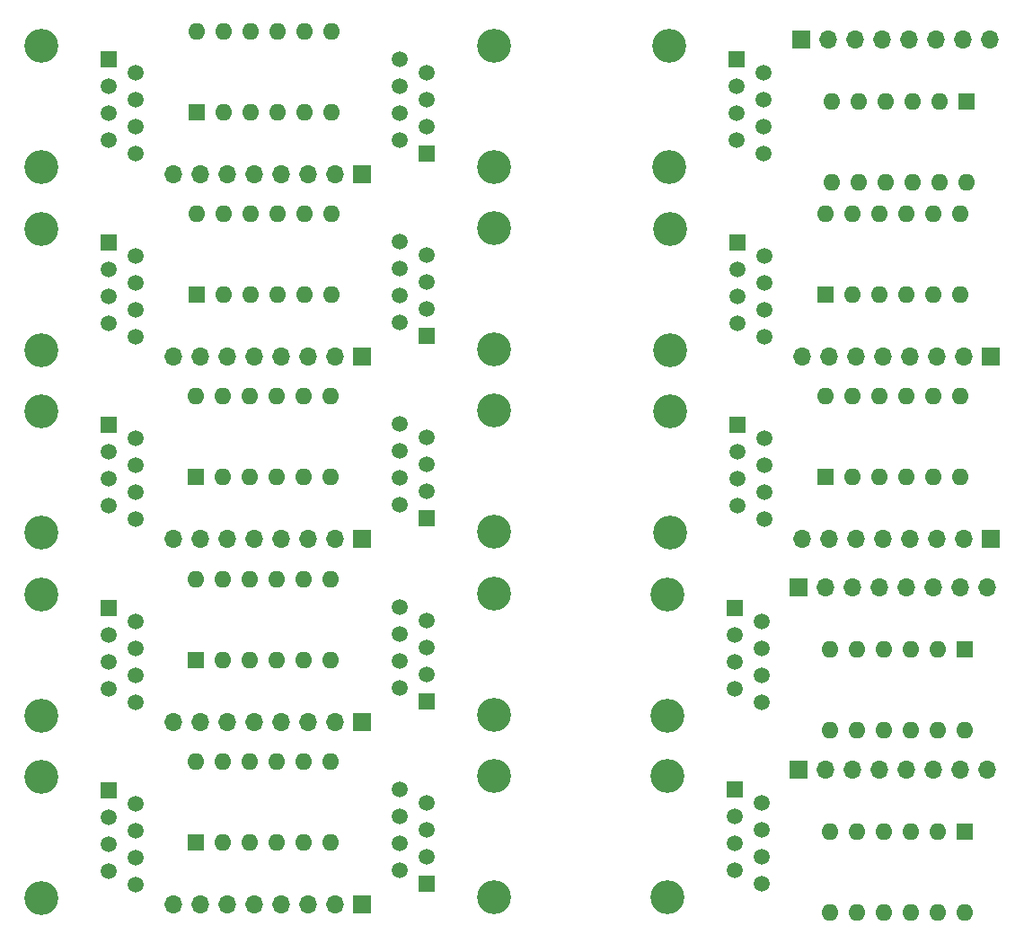
<source format=gbr>
%TF.GenerationSoftware,KiCad,Pcbnew,(6.0.1)*%
%TF.CreationDate,2022-05-22T10:14:18-05:00*%
%TF.ProjectId,modulo,6d6f6475-6c6f-42e6-9b69-6361645f7063,rev?*%
%TF.SameCoordinates,Original*%
%TF.FileFunction,Soldermask,Bot*%
%TF.FilePolarity,Negative*%
%FSLAX46Y46*%
G04 Gerber Fmt 4.6, Leading zero omitted, Abs format (unit mm)*
G04 Created by KiCad (PCBNEW (6.0.1)) date 2022-05-22 10:14:18*
%MOMM*%
%LPD*%
G01*
G04 APERTURE LIST*
%ADD10C,3.200000*%
%ADD11R,1.500000X1.500000*%
%ADD12C,1.500000*%
%ADD13R,1.600000X1.600000*%
%ADD14O,1.600000X1.600000*%
%ADD15R,1.700000X1.700000*%
%ADD16O,1.700000X1.700000*%
G04 APERTURE END LIST*
D10*
%TO.C,Entrada*%
X129255200Y-62290900D03*
X129255200Y-73720900D03*
D11*
X135605200Y-63560900D03*
D12*
X138145200Y-64830900D03*
X135605200Y-66100900D03*
X138145200Y-67370900D03*
X135605200Y-68640900D03*
X138145200Y-69910900D03*
X135605200Y-71180900D03*
X138145200Y-72450900D03*
%TD*%
D13*
%TO.C,SW2*%
X84556600Y-102920800D03*
D14*
X87096600Y-102920800D03*
X89636600Y-102920800D03*
X92176600Y-102920800D03*
X94716600Y-102920800D03*
X97256600Y-102920800D03*
X97256600Y-95300800D03*
X94716600Y-95300800D03*
X92176600Y-95300800D03*
X89636600Y-95300800D03*
X87096600Y-95300800D03*
X84556600Y-95300800D03*
%TD*%
D13*
%TO.C,SW2*%
X143840200Y-85699600D03*
D14*
X146380200Y-85699600D03*
X148920200Y-85699600D03*
X151460200Y-85699600D03*
X154000200Y-85699600D03*
X156540200Y-85699600D03*
X156540200Y-78079600D03*
X154000200Y-78079600D03*
X151460200Y-78079600D03*
X148920200Y-78079600D03*
X146380200Y-78079600D03*
X143840200Y-78079600D03*
%TD*%
D15*
%TO.C,J1*%
X159461200Y-74320400D03*
D16*
X156921200Y-74320400D03*
X154381200Y-74320400D03*
X151841200Y-74320400D03*
X149301200Y-74320400D03*
X146761200Y-74320400D03*
X144221200Y-74320400D03*
X141681200Y-74320400D03*
%TD*%
D15*
%TO.C,J1*%
X100202957Y-74320400D03*
D16*
X97662957Y-74320400D03*
X95122957Y-74320400D03*
X92582957Y-74320400D03*
X90042957Y-74320400D03*
X87502957Y-74320400D03*
X84962957Y-74320400D03*
X82422957Y-74320400D03*
%TD*%
D13*
%TO.C,SW2*%
X156997400Y-119075200D03*
D14*
X154457400Y-119075200D03*
X151917400Y-119075200D03*
X149377400Y-119075200D03*
X146837400Y-119075200D03*
X144297400Y-119075200D03*
X144297400Y-126695200D03*
X146837400Y-126695200D03*
X149377400Y-126695200D03*
X151917400Y-126695200D03*
X154457400Y-126695200D03*
X156997400Y-126695200D03*
%TD*%
D10*
%TO.C,Entrada*%
X69971600Y-90943283D03*
X69971600Y-79513283D03*
D11*
X76321600Y-80783283D03*
D12*
X78861600Y-82053283D03*
X76321600Y-83323283D03*
X78861600Y-84593283D03*
X76321600Y-85863283D03*
X78861600Y-87133283D03*
X76321600Y-88403283D03*
X78861600Y-89673283D03*
%TD*%
D13*
%TO.C,SW2*%
X84581957Y-68478400D03*
D14*
X87121957Y-68478400D03*
X89661957Y-68478400D03*
X92201957Y-68478400D03*
X94741957Y-68478400D03*
X97281957Y-68478400D03*
X97281957Y-60858400D03*
X94741957Y-60858400D03*
X92201957Y-60858400D03*
X89661957Y-60858400D03*
X87121957Y-60858400D03*
X84581957Y-60858400D03*
%TD*%
D13*
%TO.C,SW2*%
X84556600Y-120142000D03*
D14*
X87096600Y-120142000D03*
X89636600Y-120142000D03*
X92176600Y-120142000D03*
X94716600Y-120142000D03*
X97256600Y-120142000D03*
X97256600Y-112522000D03*
X94716600Y-112522000D03*
X92176600Y-112522000D03*
X89636600Y-112522000D03*
X87096600Y-112522000D03*
X84556600Y-112522000D03*
%TD*%
D10*
%TO.C,Salida*%
X112603600Y-79442283D03*
X112603600Y-90872283D03*
D11*
X106253600Y-89602283D03*
D12*
X103713600Y-88332283D03*
X106253600Y-87062283D03*
X103713600Y-85792283D03*
X106253600Y-84522283D03*
X103713600Y-83252283D03*
X106253600Y-81982283D03*
X103713600Y-80712283D03*
%TD*%
D13*
%TO.C,SW2*%
X156999522Y-101913988D03*
D14*
X154459522Y-101913988D03*
X151919522Y-101913988D03*
X149379522Y-101913988D03*
X146839522Y-101913988D03*
X144299522Y-101913988D03*
X144299522Y-109533988D03*
X146839522Y-109533988D03*
X149379522Y-109533988D03*
X151919522Y-109533988D03*
X154459522Y-109533988D03*
X156999522Y-109533988D03*
%TD*%
D10*
%TO.C,Entrada*%
X69971600Y-113954500D03*
X69971600Y-125384500D03*
D11*
X76321600Y-115224500D03*
D12*
X78861600Y-116494500D03*
X76321600Y-117764500D03*
X78861600Y-119034500D03*
X76321600Y-120304500D03*
X78861600Y-121574500D03*
X76321600Y-122844500D03*
X78861600Y-124114500D03*
%TD*%
D15*
%TO.C,J1*%
X100177600Y-91542783D03*
D16*
X97637600Y-91542783D03*
X95097600Y-91542783D03*
X92557600Y-91542783D03*
X90017600Y-91542783D03*
X87477600Y-91542783D03*
X84937600Y-91542783D03*
X82397600Y-91542783D03*
%TD*%
D15*
%TO.C,J1*%
X141376400Y-113233200D03*
D16*
X143916400Y-113233200D03*
X146456400Y-113233200D03*
X148996400Y-113233200D03*
X151536400Y-113233200D03*
X154076400Y-113233200D03*
X156616400Y-113233200D03*
X159156400Y-113233200D03*
%TD*%
D10*
%TO.C,Entrada*%
X69996957Y-62290900D03*
X69996957Y-73720900D03*
D11*
X76346957Y-63560900D03*
D12*
X78886957Y-64830900D03*
X76346957Y-66100900D03*
X78886957Y-67370900D03*
X76346957Y-68640900D03*
X78886957Y-69910900D03*
X76346957Y-71180900D03*
X78886957Y-72450900D03*
%TD*%
D15*
%TO.C,J1*%
X141582584Y-44400292D03*
D16*
X144122584Y-44400292D03*
X146662584Y-44400292D03*
X149202584Y-44400292D03*
X151742584Y-44400292D03*
X154282584Y-44400292D03*
X156822584Y-44400292D03*
X159362584Y-44400292D03*
%TD*%
D10*
%TO.C,Entrada*%
X69971600Y-96733300D03*
X69971600Y-108163300D03*
D11*
X76321600Y-98003300D03*
D12*
X78861600Y-99273300D03*
X76321600Y-100543300D03*
X78861600Y-101813300D03*
X76321600Y-103083300D03*
X78861600Y-104353300D03*
X76321600Y-105623300D03*
X78861600Y-106893300D03*
%TD*%
D15*
%TO.C,J1*%
X100177600Y-108762800D03*
D16*
X97637600Y-108762800D03*
X95097600Y-108762800D03*
X92557600Y-108762800D03*
X90017600Y-108762800D03*
X87477600Y-108762800D03*
X84937600Y-108762800D03*
X82397600Y-108762800D03*
%TD*%
D15*
%TO.C,J1*%
X100177600Y-125984000D03*
D16*
X97637600Y-125984000D03*
X95097600Y-125984000D03*
X92557600Y-125984000D03*
X90017600Y-125984000D03*
X87477600Y-125984000D03*
X84937600Y-125984000D03*
X82397600Y-125984000D03*
%TD*%
D10*
%TO.C,Salida*%
X128952522Y-96742488D03*
X128952522Y-108172488D03*
D11*
X135302522Y-98012488D03*
D12*
X137842522Y-99282488D03*
X135302522Y-100552488D03*
X137842522Y-101822488D03*
X135302522Y-103092488D03*
X137842522Y-104362488D03*
X135302522Y-105632488D03*
X137842522Y-106902488D03*
%TD*%
D10*
%TO.C,Salida*%
X112629000Y-56428700D03*
X112629000Y-44998700D03*
D11*
X106279000Y-55158700D03*
D12*
X103739000Y-53888700D03*
X106279000Y-52618700D03*
X103739000Y-51348700D03*
X106279000Y-50078700D03*
X103739000Y-48808700D03*
X106279000Y-47538700D03*
X103739000Y-46268700D03*
%TD*%
D10*
%TO.C,Salida*%
X112603600Y-96662300D03*
X112603600Y-108092300D03*
D11*
X106253600Y-106822300D03*
D12*
X103713600Y-105552300D03*
X106253600Y-104282300D03*
X103713600Y-103012300D03*
X106253600Y-101742300D03*
X103713600Y-100472300D03*
X106253600Y-99202300D03*
X103713600Y-97932300D03*
%TD*%
D10*
%TO.C,Salida*%
X112603600Y-113883500D03*
X112603600Y-125313500D03*
D11*
X106253600Y-124043500D03*
D12*
X103713600Y-122773500D03*
X106253600Y-121503500D03*
X103713600Y-120233500D03*
X106253600Y-118963500D03*
X103713600Y-117693500D03*
X106253600Y-116423500D03*
X103713600Y-115153500D03*
%TD*%
D13*
%TO.C,SW2*%
X157203584Y-50242292D03*
D14*
X154663584Y-50242292D03*
X152123584Y-50242292D03*
X149583584Y-50242292D03*
X147043584Y-50242292D03*
X144503584Y-50242292D03*
X144503584Y-57862292D03*
X147043584Y-57862292D03*
X149583584Y-57862292D03*
X152123584Y-57862292D03*
X154663584Y-57862292D03*
X157203584Y-57862292D03*
%TD*%
D10*
%TO.C,Entrada*%
X69997000Y-45069700D03*
X69997000Y-56499700D03*
D11*
X76347000Y-46339700D03*
D12*
X78887000Y-47609700D03*
X76347000Y-48879700D03*
X78887000Y-50149700D03*
X76347000Y-51419700D03*
X78887000Y-52689700D03*
X76347000Y-53959700D03*
X78887000Y-55229700D03*
%TD*%
D13*
%TO.C,SW2*%
X84556600Y-85700783D03*
D14*
X87096600Y-85700783D03*
X89636600Y-85700783D03*
X92176600Y-85700783D03*
X94716600Y-85700783D03*
X97256600Y-85700783D03*
X97256600Y-78080783D03*
X94716600Y-78080783D03*
X92176600Y-78080783D03*
X89636600Y-78080783D03*
X87096600Y-78080783D03*
X84556600Y-78080783D03*
%TD*%
D10*
%TO.C,Entrada*%
X129255200Y-79512100D03*
X129255200Y-90942100D03*
D11*
X135605200Y-80782100D03*
D12*
X138145200Y-82052100D03*
X135605200Y-83322100D03*
X138145200Y-84592100D03*
X135605200Y-85862100D03*
X138145200Y-87132100D03*
X135605200Y-88402100D03*
X138145200Y-89672100D03*
%TD*%
D10*
%TO.C,Salida*%
X129156584Y-45070792D03*
X129156584Y-56500792D03*
D11*
X135506584Y-46340792D03*
D12*
X138046584Y-47610792D03*
X135506584Y-48880792D03*
X138046584Y-50150792D03*
X135506584Y-51420792D03*
X138046584Y-52690792D03*
X135506584Y-53960792D03*
X138046584Y-55230792D03*
%TD*%
D15*
%TO.C,J1*%
X100203000Y-57099200D03*
D16*
X97663000Y-57099200D03*
X95123000Y-57099200D03*
X92583000Y-57099200D03*
X90043000Y-57099200D03*
X87503000Y-57099200D03*
X84963000Y-57099200D03*
X82423000Y-57099200D03*
%TD*%
D10*
%TO.C,Salida*%
X128950400Y-113903700D03*
X128950400Y-125333700D03*
D11*
X135300400Y-115173700D03*
D12*
X137840400Y-116443700D03*
X135300400Y-117713700D03*
X137840400Y-118983700D03*
X135300400Y-120253700D03*
X137840400Y-121523700D03*
X135300400Y-122793700D03*
X137840400Y-124063700D03*
%TD*%
D15*
%TO.C,J1*%
X159461200Y-91541600D03*
D16*
X156921200Y-91541600D03*
X154381200Y-91541600D03*
X151841200Y-91541600D03*
X149301200Y-91541600D03*
X146761200Y-91541600D03*
X144221200Y-91541600D03*
X141681200Y-91541600D03*
%TD*%
D15*
%TO.C,J1*%
X141378522Y-96071988D03*
D16*
X143918522Y-96071988D03*
X146458522Y-96071988D03*
X148998522Y-96071988D03*
X151538522Y-96071988D03*
X154078522Y-96071988D03*
X156618522Y-96071988D03*
X159158522Y-96071988D03*
%TD*%
D13*
%TO.C,SW2*%
X84582000Y-51257200D03*
D14*
X87122000Y-51257200D03*
X89662000Y-51257200D03*
X92202000Y-51257200D03*
X94742000Y-51257200D03*
X97282000Y-51257200D03*
X97282000Y-43637200D03*
X94742000Y-43637200D03*
X92202000Y-43637200D03*
X89662000Y-43637200D03*
X87122000Y-43637200D03*
X84582000Y-43637200D03*
%TD*%
D10*
%TO.C,Salida*%
X112628957Y-62219900D03*
X112628957Y-73649900D03*
D11*
X106278957Y-72379900D03*
D12*
X103738957Y-71109900D03*
X106278957Y-69839900D03*
X103738957Y-68569900D03*
X106278957Y-67299900D03*
X103738957Y-66029900D03*
X106278957Y-64759900D03*
X103738957Y-63489900D03*
%TD*%
D13*
%TO.C,SW2*%
X143840200Y-68478400D03*
D14*
X146380200Y-68478400D03*
X148920200Y-68478400D03*
X151460200Y-68478400D03*
X154000200Y-68478400D03*
X156540200Y-68478400D03*
X156540200Y-60858400D03*
X154000200Y-60858400D03*
X151460200Y-60858400D03*
X148920200Y-60858400D03*
X146380200Y-60858400D03*
X143840200Y-60858400D03*
%TD*%
M02*

</source>
